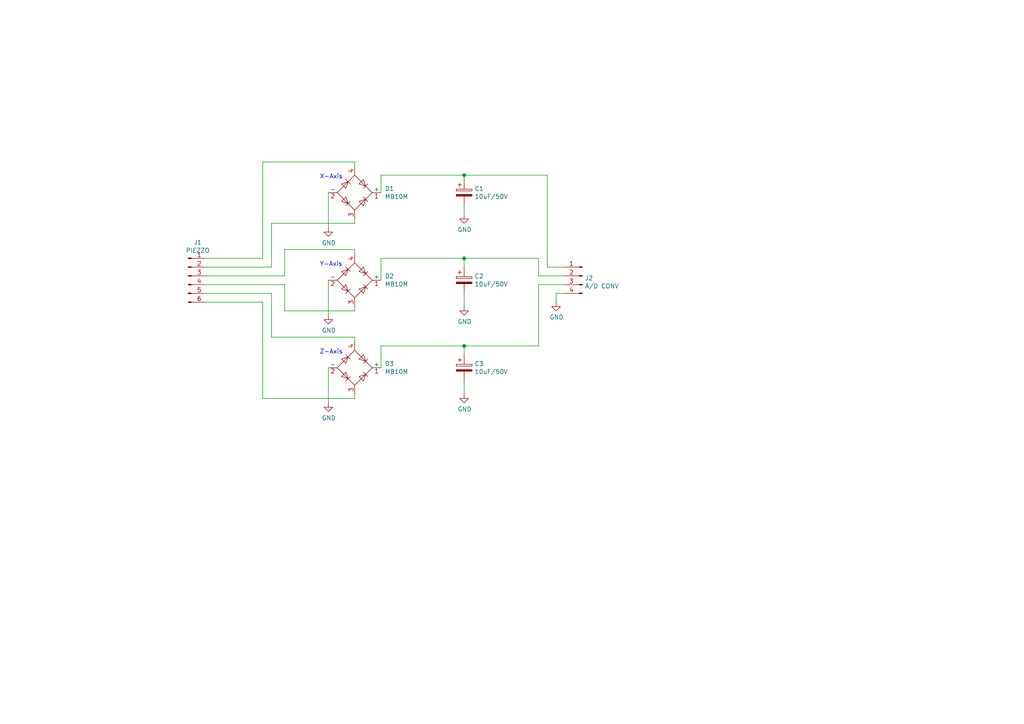
<source format=kicad_sch>
(kicad_sch (version 20230121) (generator eeschema)
  (paper "A4")
  (title_block (title "M921-SS SHOCK STOCK CAPACITOR FOR 3-AXIS") (date "2021-09-16") (rev "1.00") (company "HOLLY&CO.,LTD.") (comment 1 "Masafumi Horimoto"))
  (lib_symbols
    (symbol "M921-SS-rescue:CP-Device" (pin_numbers hide) (pin_names (offset 0.254))
      (property "Reference" "C" (at 0.635 2.54 0))
      (property "Value" "Device_CP" (at 0.635 -2.54 0))
      (symbol "CP-Device_0_1"
        (rectangle (start -2.286 0.508) (end 2.286 1.016))
        (polyline (pts (xy -1.778 2.286) (xy -0.762 2.286)))
        (polyline (pts (xy -1.27 2.794) (xy -1.27 1.778)))
        (rectangle (start 2.286 -0.508) (end -2.286 -1.016) (fill (type outline)))
      )
      (symbol "CP-Device_1_1"
        (pin passive line (at 0 3.81 270) (length 2.794) (name "~") (number "1"))
        (pin passive line (at 0 -3.81 90) (length 2.794) (name "~") (number "2"))
      )
    )
    (symbol "M921-SS-rescue:Conn_01x04_Male-Connector" (pin_names (offset 1.016) hide)
      (property "Reference" "J" (at 0 5.08 0))
      (property "Value" "Connector_Conn_01x04_Male" (at 0 -7.62 0))
      (symbol "Conn_01x04_Male-Connector_1_1"
        (polyline (pts (xy 1.27 -5.08) (xy 0.8636 -5.08)) (stroke (width 0.1524)))
        (polyline (pts (xy 1.27 -2.54) (xy 0.8636 -2.54)) (stroke (width 0.1524)))
        (polyline (pts (xy 1.27 0) (xy 0.8636 0)) (stroke (width 0.1524)))
        (polyline (pts (xy 1.27 2.54) (xy 0.8636 2.54)) (stroke (width 0.1524)))
        (rectangle (start 0.8636 -4.953) (end 0 -5.207) (stroke (width 0.1524)) (fill (type outline)))
        (rectangle (start 0.8636 -2.413) (end 0 -2.667) (stroke (width 0.1524)) (fill (type outline)))
        (rectangle (start 0.8636 0.127) (end 0 -0.127) (stroke (width 0.1524)) (fill (type outline)))
        (rectangle (start 0.8636 2.667) (end 0 2.413) (stroke (width 0.1524)) (fill (type outline)))
        (pin passive line (at 5.08 2.54 180) (length 3.81) (name "Pin_1") (number "1"))
        (pin passive line (at 5.08 0 180) (length 3.81) (name "Pin_2") (number "2"))
        (pin passive line (at 5.08 -2.54 180) (length 3.81) (name "Pin_3") (number "3"))
        (pin passive line (at 5.08 -5.08 180) (length 3.81) (name "Pin_4") (number "4"))
      )
    )
    (symbol "M921-SS-rescue:Conn_01x06_Male-Connector" (pin_names (offset 1.016) hide)
      (property "Reference" "J" (at 0 7.62 0))
      (property "Value" "Connector_Conn_01x06_Male" (at 0 -10.16 0))
      (symbol "Conn_01x06_Male-Connector_1_1"
        (polyline (pts (xy 1.27 -7.62) (xy 0.8636 -7.62)) (stroke (width 0.1524)))
        (polyline (pts (xy 1.27 -5.08) (xy 0.8636 -5.08)) (stroke (width 0.1524)))
        (polyline (pts (xy 1.27 -2.54) (xy 0.8636 -2.54)) (stroke (width 0.1524)))
        (polyline (pts (xy 1.27 0) (xy 0.8636 0)) (stroke (width 0.1524)))
        (polyline (pts (xy 1.27 2.54) (xy 0.8636 2.54)) (stroke (width 0.1524)))
        (polyline (pts (xy 1.27 5.08) (xy 0.8636 5.08)) (stroke (width 0.1524)))
        (rectangle (start 0.8636 -7.493) (end 0 -7.747) (stroke (width 0.1524)) (fill (type outline)))
        (rectangle (start 0.8636 -4.953) (end 0 -5.207) (stroke (width 0.1524)) (fill (type outline)))
        (rectangle (start 0.8636 -2.413) (end 0 -2.667) (stroke (width 0.1524)) (fill (type outline)))
        (rectangle (start 0.8636 0.127) (end 0 -0.127) (stroke (width 0.1524)) (fill (type outline)))
        (rectangle (start 0.8636 2.667) (end 0 2.413) (stroke (width 0.1524)) (fill (type outline)))
        (rectangle (start 0.8636 5.207) (end 0 4.953) (stroke (width 0.1524)) (fill (type outline)))
        (pin passive line (at 5.08 5.08 180) (length 3.81) (name "Pin_1") (number "1"))
        (pin passive line (at 5.08 2.54 180) (length 3.81) (name "Pin_2") (number "2"))
        (pin passive line (at 5.08 0 180) (length 3.81) (name "Pin_3") (number "3"))
        (pin passive line (at 5.08 -2.54 180) (length 3.81) (name "Pin_4") (number "4"))
        (pin passive line (at 5.08 -5.08 180) (length 3.81) (name "Pin_5") (number "5"))
        (pin passive line (at 5.08 -7.62 180) (length 3.81) (name "Pin_6") (number "6"))
      )
    )
    (symbol "M921-SS-rescue:MB10M-HOLLY" (pin_names (offset 0))
      (property "Reference" "D" (at 2.54 6.985 0))
      (property "Value" "HOLLY_MB10M" (at 2.54 5.08 0))
      (symbol "MB10M-HOLLY_0_1"
        (polyline (pts (xy -2.54 3.81) (xy -1.27 2.54)))
        (polyline (pts (xy -1.27 -2.54) (xy -2.54 -3.81)))
        (polyline (pts (xy 2.54 -1.27) (xy 3.81 -2.54)))
        (polyline (pts (xy 2.54 1.27) (xy 3.81 2.54)))
        (polyline (pts (xy -3.81 2.54) (xy -2.54 1.27) (xy -1.905 3.175) (xy -3.81 2.54)))
        (polyline (pts (xy -2.54 -1.27) (xy -3.81 -2.54) (xy -1.905 -3.175) (xy -2.54 -1.27)))
        (polyline (pts (xy 1.27 2.54) (xy 2.54 3.81) (xy 3.175 1.905) (xy 1.27 2.54)))
        (polyline (pts (xy 3.175 -1.905) (xy 1.27 -2.54) (xy 2.54 -3.81) (xy 3.175 -1.905)))
        (polyline (pts (xy -5.08 0) (xy 0 -5.08) (xy 5.08 0) (xy 0 5.08) (xy -5.08 0)))
      )
      (symbol "MB10M-HOLLY_1_1"
        (pin passive line (at 7.62 0 180) (length 2.54) (name "+") (number "1"))
        (pin passive line (at -7.62 0 0) (length 2.54) (name "-") (number "2"))
        (pin passive line (at 0 -7.62 90) (length 2.54) (name "~") (number "3"))
        (pin passive line (at 0 7.62 270) (length 2.54) (name "~") (number "4"))
      )
    )
    (symbol "power:GND" (power) (pin_names (offset 0))
      (property "Value" "GND" (at 0 -3.81 0))
      (symbol "GND_0_1"
        (polyline (pts (xy 0 0) (xy 0 -1.27) (xy 1.27 -1.27) (xy 0 -2.54) (xy -1.27 -1.27) (xy 0 -1.27)))
      )
      (symbol "GND_1_1"
        (pin power_in line (at 0 0 270) (length 0) hide (name "GND") (number "1"))
      )
    )
  )
  (junction (at 134.62 100.33))
  (junction (at 134.62 74.93))
  (junction (at 134.62 50.8))
  (wire (pts (xy 156.21 100.33) (xy 156.21 82.55)))
  (wire (pts (xy 102.87 64.77) (xy 102.87 63.5)))
  (wire (pts (xy 59.69 74.93) (xy 76.2 74.93)))
  (wire (pts (xy 156.21 82.55) (xy 163.83 82.55)))
  (wire (pts (xy 110.49 81.28) (xy 110.49 74.93)))
  (wire (pts (xy 134.62 114.3) (xy 134.62 110.49)))
  (wire (pts (xy 110.49 74.93) (xy 134.62 74.93)))
  (wire (pts (xy 134.62 100.33) (xy 156.21 100.33)))
  (wire (pts (xy 59.69 87.63) (xy 76.2 87.63)))
  (wire (pts (xy 78.74 64.77) (xy 102.87 64.77)))
  (wire (pts (xy 82.55 82.55) (xy 82.55 90.17)))
  (wire (pts (xy 76.2 87.63) (xy 76.2 115.57)))
  (wire (pts (xy 78.74 77.47) (xy 78.74 64.77)))
  (wire (pts (xy 59.69 77.47) (xy 78.74 77.47)))
  (wire (pts (xy 163.83 85.09) (xy 161.29 85.09)))
  (wire (pts (xy 76.2 74.93) (xy 76.2 46.99)))
  (wire (pts (xy 82.55 90.17) (xy 102.87 90.17)))
  (wire (pts (xy 95.25 81.28) (xy 95.25 91.44)))
  (wire (pts (xy 82.55 72.39) (xy 102.87 72.39)))
  (wire (pts (xy 134.62 50.8) (xy 134.62 52.07)))
  (wire (pts (xy 110.49 106.68) (xy 110.49 100.33)))
  (wire (pts (xy 78.74 85.09) (xy 78.74 97.79)))
  (wire (pts (xy 134.62 100.33) (xy 134.62 102.87)))
  (wire (pts (xy 134.62 50.8) (xy 158.75 50.8)))
  (wire (pts (xy 59.69 85.09) (xy 78.74 85.09)))
  (wire (pts (xy 59.69 80.01) (xy 82.55 80.01)))
  (wire (pts (xy 110.49 50.8) (xy 134.62 50.8)))
  (wire (pts (xy 102.87 90.17) (xy 102.87 88.9)))
  (wire (pts (xy 95.25 106.68) (xy 95.25 116.84)))
  (wire (pts (xy 156.21 80.01) (xy 163.83 80.01)))
  (wire (pts (xy 102.87 46.99) (xy 102.87 48.26)))
  (wire (pts (xy 95.25 55.88) (xy 95.25 66.04)))
  (wire (pts (xy 161.29 85.09) (xy 161.29 87.63)))
  (wire (pts (xy 110.49 100.33) (xy 134.62 100.33)))
  (wire (pts (xy 134.62 88.9) (xy 134.62 85.09)))
  (wire (pts (xy 156.21 74.93) (xy 156.21 80.01)))
  (wire (pts (xy 158.75 77.47) (xy 163.83 77.47)))
  (wire (pts (xy 59.69 82.55) (xy 82.55 82.55)))
  (wire (pts (xy 102.87 115.57) (xy 102.87 114.3)))
  (wire (pts (xy 76.2 46.99) (xy 102.87 46.99)))
  (wire (pts (xy 76.2 115.57) (xy 102.87 115.57)))
  (wire (pts (xy 134.62 74.93) (xy 134.62 77.47)))
  (wire (pts (xy 82.55 80.01) (xy 82.55 72.39)))
  (wire (pts (xy 102.87 72.39) (xy 102.87 73.66)))
  (wire (pts (xy 134.62 62.23) (xy 134.62 59.69)))
  (wire (pts (xy 134.62 74.93) (xy 156.21 74.93)))
  (wire (pts (xy 158.75 50.8) (xy 158.75 77.47)))
  (wire (pts (xy 78.74 97.79) (xy 102.87 97.79)))
  (wire (pts (xy 102.87 97.79) (xy 102.87 99.06)))
  (wire (pts (xy 110.49 55.88) (xy 110.49 50.8)))
  (text "Y-Axis" (at 92.71 77.47 0) (effects (font (size 1.27 1.27)) (justify left bottom)))
  (text "X-Axis" (at 92.71 52.07 0) (effects (font (size 1.27 1.27)) (justify left bottom)))
  (text "Z-Axis" (at 92.71 102.87 0) (effects (font (size 1.27 1.27)) (justify left bottom)))
  (symbol (lib_id "M921-SS-rescue:Conn_01x06_Male-Connector") (at 54.61 80.01 0) (unit 1)
    (property "Reference" "J1" (at 57.3532 70.3326 0))
    (property "Value" "PIEZZO" (at 57.3532 72.644 0))
    (property "Footprint" "Connector_JST:JST_XH_B6B-XH-A_1x06_P2.50mm_Vertical" (effects hide))
  )
  (symbol (lib_id "M921-SS-rescue:MB10M-HOLLY") (at 102.87 55.88 0) (unit 1)
    (property "Reference" "D1" (at 111.6076 54.7116 0) (effects (justify left)))
    (property "Value" "MB10M" (at 111.6076 57.023 0) (effects (justify left)))
    (property "Footprint" "HOLLY_LIB:MB10M" (effects hide))
  )
  (symbol (lib_id "M921-SS-rescue:MB10M-HOLLY") (at 102.87 81.28 0) (unit 1)
    (property "Reference" "D2" (at 111.6076 80.1116 0) (effects (justify left)))
    (property "Value" "MB10M" (at 111.6076 82.423 0) (effects (justify left)))
    (property "Footprint" "HOLLY_LIB:MB10M" (effects hide))
  )
  (symbol (lib_id "M921-SS-rescue:MB10M-HOLLY") (at 102.87 106.68 0) (unit 1)
    (property "Reference" "D3" (at 111.6076 105.5116 0) (effects (justify left)))
    (property "Value" "MB10M" (at 111.6076 107.823 0) (effects (justify left)))
    (property "Footprint" "HOLLY_LIB:MB10M" (effects hide))
  )
  (symbol (lib_id "M921-SS-rescue:CP-Device") (at 134.62 55.88 0) (unit 1)
    (property "Reference" "C1" (at 137.6172 54.7116 0) (effects (justify left)))
    (property "Value" "10uF/50V" (at 137.6172 57.023 0) (effects (justify left)))
    (property "Footprint" "Capacitor_THT:CP_Radial_D5.0mm_P2.00mm" (effects hide))
  )
  (symbol (lib_id "M921-SS-rescue:CP-Device") (at 134.62 81.28 0) (unit 1)
    (property "Reference" "C2" (at 137.6172 80.1116 0) (effects (justify left)))
    (property "Value" "10uF/50V" (at 137.6172 82.423 0) (effects (justify left)))
    (property "Footprint" "Capacitor_THT:CP_Radial_D5.0mm_P2.00mm" (effects hide))
  )
  (symbol (lib_id "M921-SS-rescue:CP-Device") (at 134.62 106.68 0) (unit 1)
    (property "Reference" "C3" (at 137.6172 105.5116 0) (effects (justify left)))
    (property "Value" "10uF/50V" (at 137.6172 107.823 0) (effects (justify left)))
    (property "Footprint" "Capacitor_THT:CP_Radial_D5.0mm_P2.00mm" (effects hide))
  )
  (symbol (lib_id "M921-SS-rescue:Conn_01x04_Male-Connector") (at 168.91 80.01 0) (mirror y) (unit 1)
    (property "Reference" "J2" (at 169.6212 80.6704 0) (effects (justify right)))
    (property "Value" "A/D CONV" (at 169.6212 82.9818 0) (effects (justify right)))
    (property "Footprint" "Connector_JST:JST_XH_B4B-XH-A_1x04_P2.50mm_Vertical" (effects hide))
  )
  (symbol (lib_id "power:GND") (at 134.62 62.23 0) (unit 1)
    (property "Reference" "#PWR0101" (effects hide))
    (property "Value" "GND" (at 134.747 66.6242 0))
  )
  (symbol (lib_id "power:GND") (at 95.25 66.04 0) (unit 1)
    (property "Reference" "#PWR0102" (effects hide))
    (property "Value" "GND" (at 95.377 70.4342 0))
  )
  (symbol (lib_id "power:GND") (at 134.62 88.9 0) (unit 1)
    (property "Reference" "#PWR0103" (effects hide))
    (property "Value" "GND" (at 134.747 93.2942 0))
  )
  (symbol (lib_id "power:GND") (at 95.25 91.44 0) (unit 1)
    (property "Reference" "#PWR0104" (effects hide))
    (property "Value" "GND" (at 95.377 95.8342 0))
  )
  (symbol (lib_id "power:GND") (at 95.25 116.84 0) (unit 1)
    (property "Reference" "#PWR0105" (effects hide))
    (property "Value" "GND" (at 95.377 121.2342 0))
  )
  (symbol (lib_id "power:GND") (at 134.62 114.3 0) (unit 1)
    (property "Reference" "#PWR0106" (effects hide))
    (property "Value" "GND" (at 134.747 118.6942 0))
  )
  (symbol (lib_id "power:GND") (at 161.29 87.63 0) (unit 1)
    (property "Reference" "#PWR0107" (effects hide))
    (property "Value" "GND" (at 161.417 92.0242 0))
  )
)
</source>
